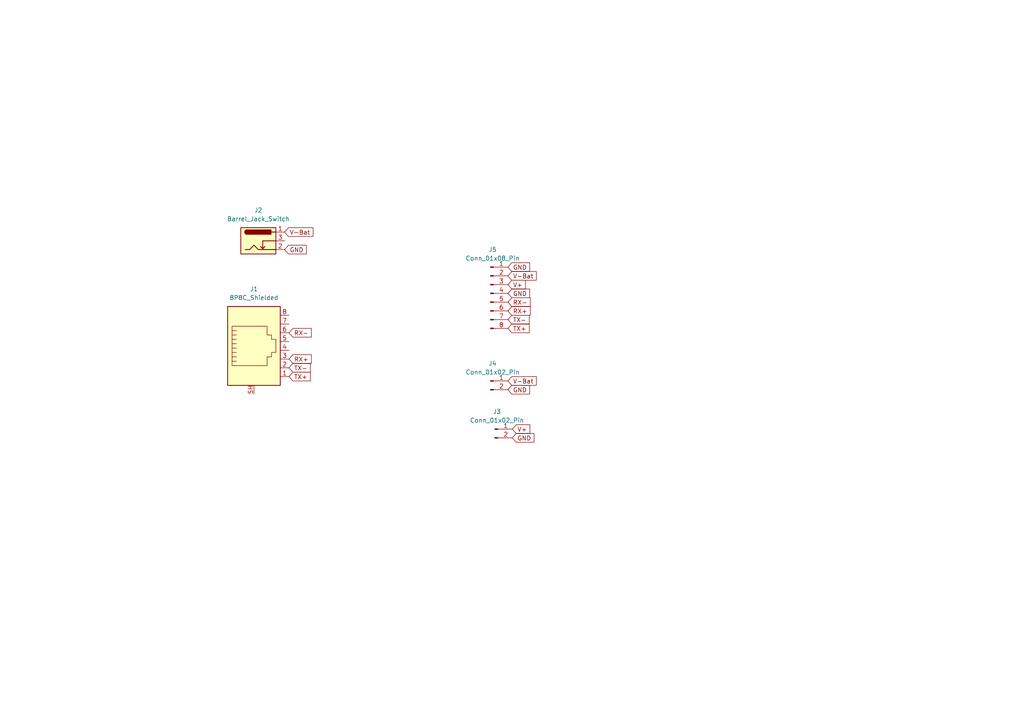
<source format=kicad_sch>
(kicad_sch (version 20231120) (generator "eeschema") (generator_version "8.0")
  (paper "A4")
  (lib_symbols
    (symbol "Connector:8P8C_Shielded" (pin_names (offset 1.016))
      (property "Reference" "J" (at -5.08 13.97 0))
      (property "Value" "8P8C_Shielded" (at 2.54 13.97 0))
      (symbol "8P8C_Shielded_0_1"
        (polyline (pts (xy -5.08 4.445) (xy -6.35 4.445)))
        (polyline (pts (xy -5.08 5.715) (xy -6.35 5.715)))
        (polyline (pts (xy -6.35 -3.175) (xy -5.08 -3.175) (xy -5.08 -3.175)))
        (polyline (pts (xy -6.35 -1.905) (xy -5.08 -1.905) (xy -5.08 -1.905)))
        (polyline (pts (xy -6.35 -0.635) (xy -5.08 -0.635) (xy -5.08 -0.635)))
        (polyline (pts (xy -6.35 0.635) (xy -5.08 0.635) (xy -5.08 0.635)))
        (polyline (pts (xy -6.35 1.905) (xy -5.08 1.905) (xy -5.08 1.905)))
        (polyline (pts (xy -5.08 3.175) (xy -6.35 3.175) (xy -6.35 3.175)))
        (polyline (pts (xy -6.35 -4.445) (xy -6.35 6.985) (xy 3.81 6.985) (xy 3.81 4.445) (xy 5.08 4.445) (xy 5.08 3.175) (xy 6.35 3.175) (xy 6.35 -0.635) (xy 5.08 -0.635) (xy 5.08 -1.905) (xy 3.81 -1.905) (xy 3.81 -4.445) (xy -6.35 -4.445) (xy -6.35 -4.445)))
        (rectangle (start 7.62 12.7) (end -7.62 -10.16) (stroke (width 0.254)) (fill (type background)))
      )
      (symbol "8P8C_Shielded_1_1"
        (pin passive line (at 10.16 -7.62 180) (length 2.54) (name "~") (number "1"))
        (pin passive line (at 10.16 -5.08 180) (length 2.54) (name "~") (number "2"))
        (pin passive line (at 10.16 -2.54 180) (length 2.54) (name "~") (number "3"))
        (pin passive line (at 10.16 0 180) (length 2.54) (name "~") (number "4"))
        (pin passive line (at 10.16 2.54 180) (length 2.54) (name "~") (number "5"))
        (pin passive line (at 10.16 5.08 180) (length 2.54) (name "~") (number "6"))
        (pin passive line (at 10.16 7.62 180) (length 2.54) (name "~") (number "7"))
        (pin passive line (at 10.16 10.16 180) (length 2.54) (name "~") (number "8"))
        (pin passive line (at 0 -12.7 90) (length 2.54) (name "~") (number "SH"))
      )
    )
    (symbol "Connector:Barrel_Jack_Switch" (pin_names hide)
      (property "Reference" "J" (at 0 5.334 0))
      (property "Value" "Barrel_Jack_Switch" (at 0 -5.08 0))
      (symbol "Barrel_Jack_Switch_0_1"
        (rectangle (start -5.08 3.81) (end 5.08 -3.81) (stroke (width 0.254)) (fill (type background)))
        (arc (start -3.302 3.175) (mid -3.9343 2.54) (end -3.302 1.905) (stroke (width 0.254)))
        (arc (start -3.302 3.175) (mid -3.9343 2.54) (end -3.302 1.905) (stroke (width 0.254)) (fill (type outline)))
        (polyline (pts (xy 1.27 -2.286) (xy 1.905 -1.651)) (stroke (width 0.254)))
        (polyline (pts (xy 5.08 2.54) (xy 3.81 2.54)) (stroke (width 0.254)))
        (polyline (pts (xy 5.08 0) (xy 1.27 0) (xy 1.27 -2.286) (xy 0.635 -1.651)) (stroke (width 0.254)))
        (polyline (pts (xy -3.81 -2.54) (xy -2.54 -2.54) (xy -1.27 -1.27) (xy 0 -2.54) (xy 2.54 -2.54) (xy 5.08 -2.54)) (stroke (width 0.254)))
        (rectangle (start 3.683 3.175) (end -3.302 1.905) (stroke (width 0.254)) (fill (type outline)))
      )
      (symbol "Barrel_Jack_Switch_1_1"
        (pin passive line (at 7.62 2.54 180) (length 2.54) (name "~") (number "1"))
        (pin passive line (at 7.62 -2.54 180) (length 2.54) (name "~") (number "2"))
        (pin passive line (at 7.62 0 180) (length 2.54) (name "~") (number "3"))
      )
    )
    (symbol "Connector:Conn_01x02_Pin" (pin_names (offset 1.016) hide)
      (property "Reference" "J" (at 0 2.54 0))
      (property "Value" "Conn_01x02_Pin" (at 0 -5.08 0))
      (symbol "Conn_01x02_Pin_1_1"
        (polyline (pts (xy 1.27 -2.54) (xy 0.8636 -2.54)) (stroke (width 0.1524)))
        (polyline (pts (xy 1.27 0) (xy 0.8636 0)) (stroke (width 0.1524)))
        (rectangle (start 0.8636 -2.413) (end 0 -2.667) (stroke (width 0.1524)) (fill (type outline)))
        (rectangle (start 0.8636 0.127) (end 0 -0.127) (stroke (width 0.1524)) (fill (type outline)))
        (pin passive line (at 5.08 0 180) (length 3.81) (name "Pin_1") (number "1"))
        (pin passive line (at 5.08 -2.54 180) (length 3.81) (name "Pin_2") (number "2"))
      )
    )
    (symbol "Connector:Conn_01x08_Pin" (pin_names (offset 1.016) hide)
      (property "Reference" "J" (at 0 10.16 0))
      (property "Value" "Conn_01x08_Pin" (at 0 -12.7 0))
      (symbol "Conn_01x08_Pin_1_1"
        (polyline (pts (xy 1.27 -10.16) (xy 0.8636 -10.16)) (stroke (width 0.1524)))
        (polyline (pts (xy 1.27 -7.62) (xy 0.8636 -7.62)) (stroke (width 0.1524)))
        (polyline (pts (xy 1.27 -5.08) (xy 0.8636 -5.08)) (stroke (width 0.1524)))
        (polyline (pts (xy 1.27 -2.54) (xy 0.8636 -2.54)) (stroke (width 0.1524)))
        (polyline (pts (xy 1.27 0) (xy 0.8636 0)) (stroke (width 0.1524)))
        (polyline (pts (xy 1.27 2.54) (xy 0.8636 2.54)) (stroke (width 0.1524)))
        (polyline (pts (xy 1.27 5.08) (xy 0.8636 5.08)) (stroke (width 0.1524)))
        (polyline (pts (xy 1.27 7.62) (xy 0.8636 7.62)) (stroke (width 0.1524)))
        (rectangle (start 0.8636 -10.033) (end 0 -10.287) (stroke (width 0.1524)) (fill (type outline)))
        (rectangle (start 0.8636 -7.493) (end 0 -7.747) (stroke (width 0.1524)) (fill (type outline)))
        (rectangle (start 0.8636 -4.953) (end 0 -5.207) (stroke (width 0.1524)) (fill (type outline)))
        (rectangle (start 0.8636 -2.413) (end 0 -2.667) (stroke (width 0.1524)) (fill (type outline)))
        (rectangle (start 0.8636 0.127) (end 0 -0.127) (stroke (width 0.1524)) (fill (type outline)))
        (rectangle (start 0.8636 2.667) (end 0 2.413) (stroke (width 0.1524)) (fill (type outline)))
        (rectangle (start 0.8636 5.207) (end 0 4.953) (stroke (width 0.1524)) (fill (type outline)))
        (rectangle (start 0.8636 7.747) (end 0 7.493) (stroke (width 0.1524)) (fill (type outline)))
        (pin passive line (at 5.08 7.62 180) (length 3.81) (name "Pin_1") (number "1"))
        (pin passive line (at 5.08 5.08 180) (length 3.81) (name "Pin_2") (number "2"))
        (pin passive line (at 5.08 2.54 180) (length 3.81) (name "Pin_3") (number "3"))
        (pin passive line (at 5.08 0 180) (length 3.81) (name "Pin_4") (number "4"))
        (pin passive line (at 5.08 -2.54 180) (length 3.81) (name "Pin_5") (number "5"))
        (pin passive line (at 5.08 -5.08 180) (length 3.81) (name "Pin_6") (number "6"))
        (pin passive line (at 5.08 -7.62 180) (length 3.81) (name "Pin_7") (number "7"))
        (pin passive line (at 5.08 -10.16 180) (length 3.81) (name "Pin_8") (number "8"))
      )
    )
  )
  (global_label "RX+" (shape input) (at 83.82 104.14 0) (property "Intersheetrefs" "${INTERSHEET_REFS}" (effects (hide yes))))
  (global_label "V-Bat" (shape input) (at 147.32 80.01 0) (property "Intersheetrefs" "${INTERSHEET_REFS}" (effects (hide yes))))
  (global_label "V-Bat" (shape input) (at 147.32 110.49 0) (property "Intersheetrefs" "${INTERSHEET_REFS}" (effects (hide yes))))
  (global_label "TX+" (shape input) (at 83.82 109.22 0) (property "Intersheetrefs" "${INTERSHEET_REFS}" (effects (hide yes))))
  (global_label "GND" (shape input) (at 147.32 113.03 0) (property "Intersheetrefs" "${INTERSHEET_REFS}" (effects (hide yes))))
  (global_label "V-Bat" (shape input) (at 82.55 67.31 0) (property "Intersheetrefs" "${INTERSHEET_REFS}" (effects (hide yes))))
  (global_label "TX-" (shape input) (at 147.32 92.71 0) (property "Intersheetrefs" "${INTERSHEET_REFS}" (effects (hide yes))))
  (global_label "TX+" (shape input) (at 147.32 95.25 0) (property "Intersheetrefs" "${INTERSHEET_REFS}" (effects (hide yes))))
  (global_label "TX-" (shape input) (at 83.82 106.68 0) (property "Intersheetrefs" "${INTERSHEET_REFS}" (effects (hide yes))))
  (global_label "GND" (shape input) (at 148.59 127 0) (property "Intersheetrefs" "${INTERSHEET_REFS}" (effects (hide yes))))
  (global_label "GND" (shape input) (at 82.55 72.39 0) (property "Intersheetrefs" "${INTERSHEET_REFS}" (effects (hide yes))))
  (global_label "GND" (shape input) (at 147.32 77.47 0) (property "Intersheetrefs" "${INTERSHEET_REFS}" (effects (hide yes))))
  (global_label "RX-" (shape input) (at 83.82 96.52 0) (property "Intersheetrefs" "${INTERSHEET_REFS}" (effects (hide yes))))
  (global_label "V+" (shape input) (at 147.32 82.55 0) (property "Intersheetrefs" "${INTERSHEET_REFS}" (effects (hide yes))))
  (global_label "RX+" (shape input) (at 147.32 90.17 0) (property "Intersheetrefs" "${INTERSHEET_REFS}" (effects (hide yes))))
  (global_label "RX-" (shape input) (at 147.32 87.63 0) (property "Intersheetrefs" "${INTERSHEET_REFS}" (effects (hide yes))))
  (global_label "GND" (shape input) (at 147.32 85.09 0) (property "Intersheetrefs" "${INTERSHEET_REFS}" (effects (hide yes))))
  (global_label "V+" (shape input) (at 148.59 124.46 0) (property "Intersheetrefs" "${INTERSHEET_REFS}" (effects (hide yes))))
  (symbol (lib_id "Connector:Conn_01x02_Pin") (at 143.51 124.46 0) (unit 1)
    (property "Reference" "J3" (at 144.145 119.38 0))
    (property "Value" "Conn_01x02_Pin" (at 144.145 121.92 0))
    (property "Footprint" "Connector_Phoenix_MSTB:PhoenixContact_MSTBVA_2,5_2-G-5,08_1x02_P5.08mm_Vertical" (effects (hide yes)))
    (property "Description" "Generic connector, single row, 01x02, script generated" (effects (hide yes)))
  )
  (symbol (lib_id "Connector:Conn_01x08_Pin") (at 142.24 85.09 0) (unit 1)
    (property "Reference" "J5" (at 142.875 72.39 0))
    (property "Value" "Conn_01x08_Pin" (at 142.875 74.93 0))
    (property "Footprint" "Connector_Phoenix_MSTB:PhoenixContact_MSTBVA_2,5_8-G-5,08_1x08_P5.08mm_Vertical" (effects (hide yes)))
    (property "Description" "Generic connector, single row, 01x08, script generated" (effects (hide yes)))
  )
  (symbol (lib_id "Connector:Barrel_Jack_Switch") (at 74.93 69.85 0) (unit 1)
    (property "Reference" "J2" (at 74.93 60.96 0))
    (property "Value" "Barrel_Jack_Switch" (at 74.93 63.5 0))
    (property "Footprint" "Connector_BarrelJack:BarrelJack_Kycon_KLDX-0202-xC_Horizontal" (effects (hide yes)))
    (property "Description" "DC Barrel Jack with an internal switch" (effects (hide yes)))
  )
  (symbol (lib_id "Connector:8P8C_Shielded") (at 73.66 101.6 0) (unit 1)
    (property "Reference" "J1" (at 73.66 83.82 0))
    (property "Value" "8P8C_Shielded" (at 73.66 86.36 0))
    (property "Footprint" "Connector_RJ:RJ45_HALO_HFJ11-x2450HRL_Horizontal" (effects (hide yes)))
    (property "Description" "RJ connector, 8P8C (8 positions 8 connected), RJ31/RJ32/RJ33/RJ34/RJ35/RJ41/RJ45/RJ49/RJ61, Shielded" (effects (hide yes)))
  )
  (symbol (lib_id "Connector:Conn_01x02_Pin") (at 142.24 110.49 0) (unit 1)
    (property "Reference" "J4" (at 142.875 105.41 0))
    (property "Value" "Conn_01x02_Pin" (at 142.875 107.95 0))
    (property "Description" "Generic connector, single row, 01x02, script generated" (effects (hide yes)))
  )
)
</source>
